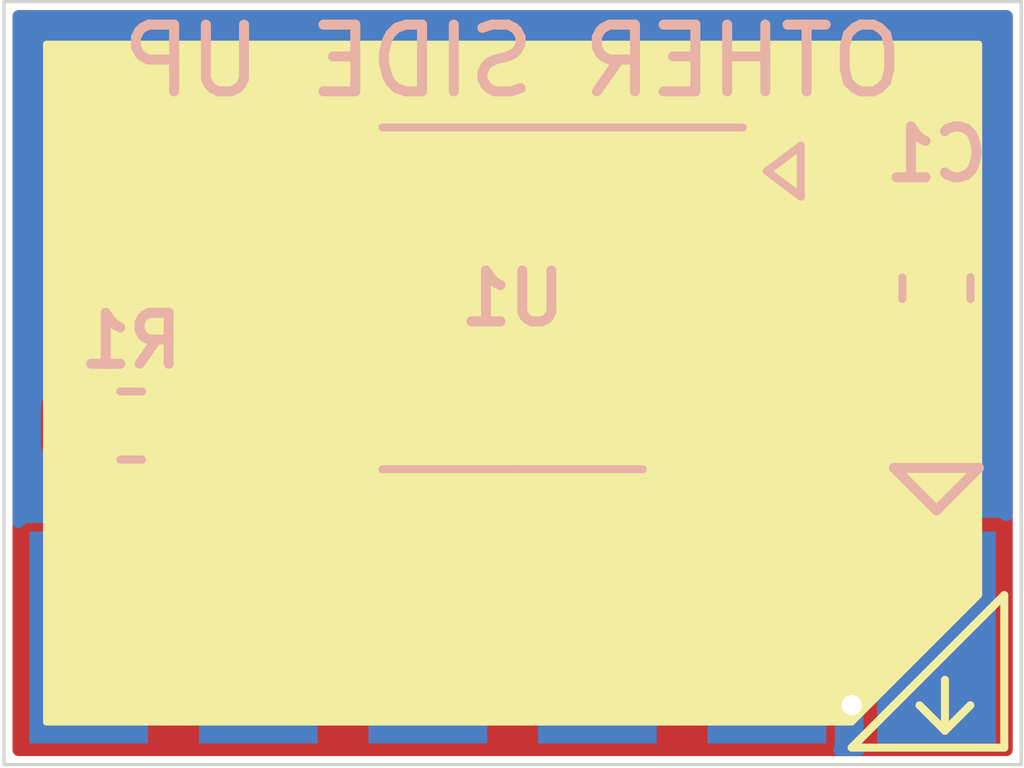
<source format=kicad_pcb>
(kicad_pcb (version 20171130) (host pcbnew "(5.1.4-0-10_14)")

  (general
    (thickness 1.6)
    (drawings 15)
    (tracks 45)
    (zones 0)
    (modules 4)
    (nets 7)
  )

  (page A4)
  (layers
    (0 F.Cu signal)
    (31 B.Cu signal)
    (32 B.Adhes user)
    (33 F.Adhes user)
    (34 B.Paste user)
    (35 F.Paste user)
    (36 B.SilkS user)
    (37 F.SilkS user)
    (38 B.Mask user)
    (39 F.Mask user)
    (40 Dwgs.User user)
    (41 Cmts.User user)
    (42 Eco1.User user)
    (43 Eco2.User user)
    (44 Edge.Cuts user)
    (45 Margin user)
    (46 B.CrtYd user)
    (47 F.CrtYd user)
    (48 B.Fab user hide)
    (49 F.Fab user)
  )

  (setup
    (last_trace_width 0.254)
    (trace_clearance 0.127)
    (zone_clearance 0)
    (zone_45_only no)
    (trace_min 0.2)
    (via_size 0.635)
    (via_drill 0.508)
    (via_min_size 0.4)
    (via_min_drill 0.3)
    (uvia_size 0.3)
    (uvia_drill 0.1)
    (uvias_allowed no)
    (uvia_min_size 0.2)
    (uvia_min_drill 0.1)
    (edge_width 0.05)
    (segment_width 0.2)
    (pcb_text_width 0.3)
    (pcb_text_size 1.5 1.5)
    (mod_edge_width 0.12)
    (mod_text_size 1 1)
    (mod_text_width 0.15)
    (pad_size 0.875 0.95)
    (pad_drill 0)
    (pad_to_mask_clearance 0.051)
    (solder_mask_min_width 0.25)
    (aux_axis_origin 0 0)
    (grid_origin 96.52 59.69)
    (visible_elements FFFFEF7F)
    (pcbplotparams
      (layerselection 0x010f0_ffffffff)
      (usegerberextensions false)
      (usegerberattributes false)
      (usegerberadvancedattributes false)
      (creategerberjobfile false)
      (excludeedgelayer true)
      (linewidth 0.165100)
      (plotframeref false)
      (viasonmask false)
      (mode 1)
      (useauxorigin false)
      (hpglpennumber 1)
      (hpglpenspeed 20)
      (hpglpendiameter 15.000000)
      (psnegative false)
      (psa4output false)
      (plotreference true)
      (plotvalue true)
      (plotinvisibletext false)
      (padsonsilk false)
      (subtractmaskfromsilk false)
      (outputformat 1)
      (mirror false)
      (drillshape 0)
      (scaleselection 1)
      (outputdirectory "gerbers/"))
  )

  (net 0 "")
  (net 1 GND)
  (net 2 /~SS)
  (net 3 /MOSI)
  (net 4 /SCK)
  (net 5 /MISO)
  (net 6 VCC)

  (net_class Default "This is the default net class."
    (clearance 0.127)
    (trace_width 0.254)
    (via_dia 0.635)
    (via_drill 0.508)
    (uvia_dia 0.3)
    (uvia_drill 0.1)
    (add_net /MISO)
    (add_net /MOSI)
    (add_net /SCK)
    (add_net /~SS)
    (add_net GND)
    (add_net VCC)
  )

  (module 6-pin-smd:Conn_1x06_P2.54mm_Horizontal_SMD (layer B.Cu) (tedit 5DB36856) (tstamp 5DB368AB)
    (at 81.28 50.8 180)
    (path /5D7C4AEA)
    (fp_text reference J1 (at 0 -1.27) (layer B.SilkS) hide
      (effects (font (size 1 1) (thickness 0.15)) (justify mirror))
    )
    (fp_text value Conn_01x06 (at 0 0.5) (layer B.Fab)
      (effects (font (size 1 1) (thickness 0.15)) (justify mirror))
    )
    (fp_line (start 7.62 -5.715) (end -7.62 -5.715) (layer B.CrtYd) (width 0.12))
    (fp_line (start -7.62 -5.715) (end -7.62 -1.905) (layer B.CrtYd) (width 0.12))
    (fp_line (start -7.62 -1.905) (end 7.62 -1.905) (layer B.CrtYd) (width 0.12))
    (fp_line (start 7.62 -1.905) (end 7.62 -5.715) (layer B.CrtYd) (width 0.12))
    (fp_line (start -6.35 -1.905) (end -6.985 -1.27) (layer B.SilkS) (width 0.15))
    (fp_line (start -6.985 -1.27) (end -5.715 -1.27) (layer B.SilkS) (width 0.15))
    (fp_line (start -5.715 -1.27) (end -6.35 -1.905) (layer B.SilkS) (width 0.15))
    (pad 1 smd rect (at -6.35 -3.81 180) (size 1.778 3.175) (layers B.Cu B.Paste B.Mask)
      (net 1 GND))
    (pad 2 smd rect (at -3.81 -3.81 180) (size 1.778 3.175) (layers B.Cu B.Paste B.Mask)
      (net 2 /~SS))
    (pad 3 smd rect (at -1.27 -3.81 180) (size 1.778 3.175) (layers B.Cu B.Paste B.Mask)
      (net 3 /MOSI))
    (pad 4 smd rect (at 1.27 -3.81 180) (size 1.778 3.175) (layers B.Cu B.Paste B.Mask)
      (net 4 /SCK))
    (pad 5 smd rect (at 3.81 -3.81 180) (size 1.778 3.175) (layers B.Cu B.Paste B.Mask)
      (net 5 /MISO))
    (pad 6 smd rect (at 6.35 -3.81 180) (size 1.778 3.175) (layers B.Cu B.Paste B.Mask)
      (net 6 VCC))
  )

  (module Capacitor_SMD:C_0603_1608Metric (layer B.Cu) (tedit 5B301BBE) (tstamp 5DB36D35)
    (at 87.63 49.3775 270)
    (descr "Capacitor SMD 0603 (1608 Metric), square (rectangular) end terminal, IPC_7351 nominal, (Body size source: http://www.tortai-tech.com/upload/download/2011102023233369053.pdf), generated with kicad-footprint-generator")
    (tags capacitor)
    (path /5D7C2B44)
    (attr smd)
    (fp_text reference C1 (at -2.0065 0) (layer B.SilkS)
      (effects (font (size 0.762 0.762) (thickness 0.15)) (justify mirror))
    )
    (fp_text value 0.1uF (at 0 -1.43 270) (layer B.Fab)
      (effects (font (size 1 1) (thickness 0.15)) (justify mirror))
    )
    (fp_line (start -0.8 -0.4) (end -0.8 0.4) (layer B.Fab) (width 0.1))
    (fp_line (start -0.8 0.4) (end 0.8 0.4) (layer B.Fab) (width 0.1))
    (fp_line (start 0.8 0.4) (end 0.8 -0.4) (layer B.Fab) (width 0.1))
    (fp_line (start 0.8 -0.4) (end -0.8 -0.4) (layer B.Fab) (width 0.1))
    (fp_line (start -0.162779 0.51) (end 0.162779 0.51) (layer B.SilkS) (width 0.12))
    (fp_line (start -0.162779 -0.51) (end 0.162779 -0.51) (layer B.SilkS) (width 0.12))
    (fp_line (start -1.48 -0.73) (end -1.48 0.73) (layer B.CrtYd) (width 0.05))
    (fp_line (start -1.48 0.73) (end 1.48 0.73) (layer B.CrtYd) (width 0.05))
    (fp_line (start 1.48 0.73) (end 1.48 -0.73) (layer B.CrtYd) (width 0.05))
    (fp_line (start 1.48 -0.73) (end -1.48 -0.73) (layer B.CrtYd) (width 0.05))
    (fp_text user %R (at 0 0 270) (layer B.Fab)
      (effects (font (size 0.4 0.4) (thickness 0.06)) (justify mirror))
    )
    (pad 1 smd roundrect (at -0.7875 0 270) (size 0.875 0.95) (layers B.Cu B.Paste B.Mask) (roundrect_rratio 0.25)
      (net 6 VCC))
    (pad 2 smd roundrect (at 0.7875 0 270) (size 0.875 0.95) (layers B.Cu B.Paste B.Mask) (roundrect_rratio 0.25)
      (net 1 GND))
    (model ${KISYS3DMOD}/Capacitor_SMD.3dshapes/C_0603_1608Metric.wrl
      (at (xyz 0 0 0))
      (scale (xyz 1 1 1))
      (rotate (xyz 0 0 0))
    )
  )

  (module Resistor_SMD:R_0603_1608Metric (layer B.Cu) (tedit 5B301BBD) (tstamp 5DB37630)
    (at 75.565 51.435)
    (descr "Resistor SMD 0603 (1608 Metric), square (rectangular) end terminal, IPC_7351 nominal, (Body size source: http://www.tortai-tech.com/upload/download/2011102023233369053.pdf), generated with kicad-footprint-generator")
    (tags resistor)
    (path /5DB37E10)
    (attr smd)
    (fp_text reference R1 (at 0 -1.27 180) (layer B.SilkS)
      (effects (font (size 0.762 0.762) (thickness 0.15)) (justify mirror))
    )
    (fp_text value 1k (at 0 -1.43 180) (layer B.Fab)
      (effects (font (size 1 1) (thickness 0.15)) (justify mirror))
    )
    (fp_line (start -0.8 -0.4) (end -0.8 0.4) (layer B.Fab) (width 0.1))
    (fp_line (start -0.8 0.4) (end 0.8 0.4) (layer B.Fab) (width 0.1))
    (fp_line (start 0.8 0.4) (end 0.8 -0.4) (layer B.Fab) (width 0.1))
    (fp_line (start 0.8 -0.4) (end -0.8 -0.4) (layer B.Fab) (width 0.1))
    (fp_line (start -0.162779 0.51) (end 0.162779 0.51) (layer B.SilkS) (width 0.12))
    (fp_line (start -0.162779 -0.51) (end 0.162779 -0.51) (layer B.SilkS) (width 0.12))
    (fp_line (start -1.48 -0.73) (end -1.48 0.73) (layer B.CrtYd) (width 0.05))
    (fp_line (start -1.48 0.73) (end 1.48 0.73) (layer B.CrtYd) (width 0.05))
    (fp_line (start 1.48 0.73) (end 1.48 -0.73) (layer B.CrtYd) (width 0.05))
    (fp_line (start 1.48 -0.73) (end -1.48 -0.73) (layer B.CrtYd) (width 0.05))
    (fp_text user %R (at 0 0 180) (layer B.Fab)
      (effects (font (size 0.4 0.4) (thickness 0.06)) (justify mirror))
    )
    (pad 1 smd roundrect (at -0.7875 0) (size 0.875 0.95) (layers B.Cu B.Paste B.Mask) (roundrect_rratio 0.25)
      (net 6 VCC))
    (pad 2 smd roundrect (at 0.7875 0) (size 0.875 0.95) (layers B.Cu B.Paste B.Mask) (roundrect_rratio 0.25)
      (net 5 /MISO))
    (model ${KISYS3DMOD}/Resistor_SMD.3dshapes/R_0603_1608Metric.wrl
      (at (xyz 0 0 0))
      (scale (xyz 1 1 1))
      (rotate (xyz 0 0 0))
    )
  )

  (module Package_SO:SOIC-8_3.9x4.9mm_P1.27mm (layer B.Cu) (tedit 5C97300E) (tstamp 5DB369FA)
    (at 81.28 49.53 180)
    (descr "SOIC, 8 Pin (JEDEC MS-012AA, https://www.analog.com/media/en/package-pcb-resources/package/pkg_pdf/soic_narrow-r/r_8.pdf), generated with kicad-footprint-generator ipc_gullwing_generator.py")
    (tags "SOIC SO")
    (path /5D7C178E)
    (attr smd)
    (fp_text reference U1 (at 0 0 180) (layer B.SilkS)
      (effects (font (size 0.762 0.762) (thickness 0.15)) (justify mirror))
    )
    (fp_text value CAT250xxx (at 0 -3.4 180) (layer B.Fab)
      (effects (font (size 1 1) (thickness 0.15)) (justify mirror))
    )
    (fp_line (start 0 -2.56) (end 1.95 -2.56) (layer B.SilkS) (width 0.12))
    (fp_line (start 0 -2.56) (end -1.95 -2.56) (layer B.SilkS) (width 0.12))
    (fp_line (start 0 2.56) (end 1.95 2.56) (layer B.SilkS) (width 0.12))
    (fp_line (start 0 2.56) (end -3.45 2.56) (layer B.SilkS) (width 0.12))
    (fp_line (start -0.975 2.45) (end 1.95 2.45) (layer B.Fab) (width 0.1))
    (fp_line (start 1.95 2.45) (end 1.95 -2.45) (layer B.Fab) (width 0.1))
    (fp_line (start 1.95 -2.45) (end -1.95 -2.45) (layer B.Fab) (width 0.1))
    (fp_line (start -1.95 -2.45) (end -1.95 1.475) (layer B.Fab) (width 0.1))
    (fp_line (start -1.95 1.475) (end -0.975 2.45) (layer B.Fab) (width 0.1))
    (fp_line (start -3.7 2.7) (end -3.7 -2.7) (layer B.CrtYd) (width 0.05))
    (fp_line (start -3.7 -2.7) (end 3.7 -2.7) (layer B.CrtYd) (width 0.05))
    (fp_line (start 3.7 -2.7) (end 3.7 2.7) (layer B.CrtYd) (width 0.05))
    (fp_line (start 3.7 2.7) (end -3.7 2.7) (layer B.CrtYd) (width 0.05))
    (fp_text user %R (at 0 0 180) (layer B.Fab)
      (effects (font (size 0.98 0.98) (thickness 0.15)) (justify mirror))
    )
    (pad 1 smd roundrect (at -2.475 1.905 180) (size 1.95 0.6) (layers B.Cu B.Paste B.Mask) (roundrect_rratio 0.25)
      (net 2 /~SS))
    (pad 2 smd roundrect (at -2.475 0.635 180) (size 1.95 0.6) (layers B.Cu B.Paste B.Mask) (roundrect_rratio 0.25)
      (net 5 /MISO))
    (pad 3 smd roundrect (at -2.475 -0.635 180) (size 1.95 0.6) (layers B.Cu B.Paste B.Mask) (roundrect_rratio 0.25)
      (net 1 GND))
    (pad 4 smd roundrect (at -2.475 -1.905 180) (size 1.95 0.6) (layers B.Cu B.Paste B.Mask) (roundrect_rratio 0.25)
      (net 1 GND))
    (pad 5 smd roundrect (at 2.475 -1.905 180) (size 1.95 0.6) (layers B.Cu B.Paste B.Mask) (roundrect_rratio 0.25)
      (net 3 /MOSI))
    (pad 6 smd roundrect (at 2.475 -0.635 180) (size 1.95 0.6) (layers B.Cu B.Paste B.Mask) (roundrect_rratio 0.25)
      (net 4 /SCK))
    (pad 7 smd roundrect (at 2.475 0.635 180) (size 1.95 0.6) (layers B.Cu B.Paste B.Mask) (roundrect_rratio 0.25)
      (net 6 VCC))
    (pad 8 smd roundrect (at 2.475 1.905 180) (size 1.95 0.6) (layers B.Cu B.Paste B.Mask) (roundrect_rratio 0.25)
      (net 6 VCC))
    (model ${KISYS3DMOD}/Package_SO.3dshapes/SOIC-8_3.9x4.9mm_P1.27mm.wrl
      (at (xyz 0 0 0))
      (scale (xyz 1 1 1))
      (rotate (xyz 0 0 0))
    )
  )

  (gr_line (start 87.757 56.007) (end 87.757 55.245) (layer F.SilkS) (width 0.12))
  (gr_line (start 87.757 56.007) (end 88.138 55.626) (layer F.SilkS) (width 0.12))
  (gr_line (start 87.757 56.007) (end 87.376 55.626) (layer F.SilkS) (width 0.12))
  (gr_line (start 86.36 56.261) (end 88.646 56.261) (layer F.SilkS) (width 0.12) (tstamp 5DB37D1B))
  (gr_line (start 88.646 53.975) (end 86.36 56.261) (layer F.SilkS) (width 0.12))
  (gr_line (start 88.646 56.261) (end 88.646 53.975) (layer F.SilkS) (width 0.12))
  (gr_poly (pts (xy 74.295 45.72) (xy 88.265 45.72) (xy 88.265 53.975) (xy 86.36 55.88) (xy 74.295 55.88)) (layer F.SilkS) (width 0.1))
  (gr_line (start 85.598 48.006) (end 85.09 47.625) (layer B.SilkS) (width 0.12) (tstamp 5DB3781F))
  (gr_line (start 85.598 47.244) (end 85.598 48.006) (layer B.SilkS) (width 0.12))
  (gr_line (start 85.09 47.625) (end 85.598 47.244) (layer B.SilkS) (width 0.12))
  (gr_line (start 73.66 45.085) (end 88.9 45.085) (layer Edge.Cuts) (width 0.05))
  (gr_text "OTHER SIDE UP" (at 81.28 45.974) (layer B.SilkS)
    (effects (font (size 1 1) (thickness 0.15)) (justify mirror))
  )
  (gr_line (start 73.66 56.515) (end 73.66 45.085) (layer Edge.Cuts) (width 0.05))
  (gr_line (start 88.9 56.515) (end 88.9 45.085) (layer Edge.Cuts) (width 0.05) (tstamp 5DB3781A))
  (gr_line (start 73.66 56.515) (end 88.9 56.515) (layer Edge.Cuts) (width 0.05))

  (via (at 86.36 55.626) (size 0.4572) (drill 0.3048) (layers F.Cu B.Cu) (net 1))
  (segment (start 87.63 50.165) (end 87.63 54.61) (width 0.254) (layer B.Cu) (net 1))
  (segment (start 84.455 52.1335) (end 85.09 52.7685) (width 0.254) (layer B.Cu) (net 2))
  (segment (start 82.696934 52.1335) (end 84.455 52.1335) (width 0.254) (layer B.Cu) (net 2))
  (segment (start 81.915 50.165) (end 81.915 51.351566) (width 0.254) (layer B.Cu) (net 2))
  (segment (start 85.09 52.7685) (end 85.09 54.61) (width 0.254) (layer B.Cu) (net 2))
  (segment (start 82.55 49.53) (end 81.915 50.165) (width 0.254) (layer B.Cu) (net 2))
  (segment (start 85.09 49.53) (end 82.55 49.53) (width 0.254) (layer B.Cu) (net 2))
  (segment (start 81.915 51.351566) (end 82.696934 52.1335) (width 0.254) (layer B.Cu) (net 2))
  (segment (start 85.344 49.276) (end 85.09 49.53) (width 0.254) (layer B.Cu) (net 2))
  (segment (start 83.755 47.625) (end 84.963 47.625) (width 0.254) (layer B.Cu) (net 2))
  (segment (start 85.344 48.006) (end 85.344 49.276) (width 0.254) (layer B.Cu) (net 2))
  (segment (start 84.963 47.625) (end 85.344 48.006) (width 0.254) (layer B.Cu) (net 2))
  (segment (start 78.805 51.435) (end 81.28 51.435) (width 0.254) (layer B.Cu) (net 3))
  (segment (start 81.28 51.435) (end 82.55 52.705) (width 0.254) (layer B.Cu) (net 3))
  (segment (start 82.55 52.705) (end 82.55 54.61) (width 0.254) (layer B.Cu) (net 3))
  (segment (start 77.47 50.165) (end 78.805 50.165) (width 0.254) (layer B.Cu) (net 4))
  (segment (start 77.216 50.419) (end 77.47 50.165) (width 0.254) (layer B.Cu) (net 4))
  (segment (start 77.216 51.816) (end 77.216 50.419) (width 0.254) (layer B.Cu) (net 4))
  (segment (start 77.597 52.197) (end 77.216 51.816) (width 0.254) (layer B.Cu) (net 4))
  (segment (start 80.01 52.75101) (end 79.45599 52.197) (width 0.254) (layer B.Cu) (net 4))
  (segment (start 79.45599 52.197) (end 77.597 52.197) (width 0.254) (layer B.Cu) (net 4))
  (segment (start 80.01 54.61) (end 80.01 52.75101) (width 0.254) (layer B.Cu) (net 4))
  (segment (start 77.2795 52.578) (end 77.47 52.7685) (width 0.254) (layer B.Cu) (net 5))
  (segment (start 76.708 52.578) (end 77.2795 52.578) (width 0.254) (layer B.Cu) (net 5))
  (segment (start 77.47 52.7685) (end 77.47 54.61) (width 0.254) (layer B.Cu) (net 5))
  (segment (start 76.3525 52.2225) (end 76.708 52.578) (width 0.254) (layer B.Cu) (net 5))
  (segment (start 76.3525 51.435) (end 76.3525 52.2225) (width 0.254) (layer B.Cu) (net 5))
  (segment (start 76.708 49.53) (end 76.3525 49.8855) (width 0.254) (layer B.Cu) (net 5))
  (segment (start 76.3525 49.8855) (end 76.3525 51.435) (width 0.254) (layer B.Cu) (net 5))
  (segment (start 80.645 49.53) (end 76.708 49.53) (width 0.254) (layer B.Cu) (net 5))
  (segment (start 81.28 48.895) (end 80.645 49.53) (width 0.254) (layer B.Cu) (net 5))
  (segment (start 83.755 48.895) (end 81.28 48.895) (width 0.254) (layer B.Cu) (net 5))
  (segment (start 78.805 47.625) (end 78.805 48.895) (width 0.254) (layer B.Cu) (net 6))
  (segment (start 74.7775 51.435) (end 74.7775 52.2985) (width 0.254) (layer B.Cu) (net 6))
  (segment (start 74.93 52.451) (end 74.93 54.61) (width 0.254) (layer B.Cu) (net 6))
  (segment (start 74.7775 52.2985) (end 74.93 52.451) (width 0.254) (layer B.Cu) (net 6))
  (segment (start 74.7775 50.3175) (end 74.7775 51.435) (width 0.254) (layer B.Cu) (net 6))
  (segment (start 76.2 48.895) (end 74.7775 50.3175) (width 0.254) (layer B.Cu) (net 6))
  (segment (start 78.805 48.895) (end 76.2 48.895) (width 0.254) (layer B.Cu) (net 6))
  (segment (start 87.63 47.625) (end 87.63 48.59) (width 0.254) (layer B.Cu) (net 6))
  (segment (start 86.741 46.736) (end 87.63 47.625) (width 0.254) (layer B.Cu) (net 6))
  (segment (start 80.645 47.625) (end 81.534 46.736) (width 0.254) (layer B.Cu) (net 6))
  (segment (start 81.534 46.736) (end 86.741 46.736) (width 0.254) (layer B.Cu) (net 6))
  (segment (start 78.805 47.625) (end 80.645 47.625) (width 0.254) (layer B.Cu) (net 6))

  (zone (net 1) (net_name GND) (layer B.Cu) (tstamp 5DB37DBF) (hatch edge 0.508)
    (connect_pads (clearance 0))
    (min_thickness 0.1778)
    (fill yes (arc_segments 32) (thermal_gap 0.2032) (thermal_bridge_width 0.2032))
    (polygon
      (pts
        (xy 88.773 45.212) (xy 73.787 45.212) (xy 73.787 56.388) (xy 88.773 56.388)
      )
    )
    (filled_polygon
      (pts
        (xy 88.6841 52.780121) (xy 88.682067 52.778453) (xy 88.631323 52.751329) (xy 88.576262 52.734627) (xy 88.519 52.728987)
        (xy 87.715725 52.7304) (xy 87.6427 52.803425) (xy 87.6427 54.5973) (xy 87.6627 54.5973) (xy 87.6627 54.6227)
        (xy 87.6427 54.6227) (xy 87.6427 54.6427) (xy 87.6173 54.6427) (xy 87.6173 54.6227) (xy 86.521925 54.6227)
        (xy 86.4489 54.695725) (xy 86.447487 56.1975) (xy 86.453127 56.254762) (xy 86.466576 56.2991) (xy 86.169499 56.2991)
        (xy 86.17943 56.280521) (xy 86.191775 56.239824) (xy 86.195944 56.1975) (xy 86.195944 53.0225) (xy 86.447487 53.0225)
        (xy 86.4489 54.524275) (xy 86.521925 54.5973) (xy 87.6173 54.5973) (xy 87.6173 52.803425) (xy 87.544275 52.7304)
        (xy 86.741 52.728987) (xy 86.683738 52.734627) (xy 86.628677 52.751329) (xy 86.577933 52.778453) (xy 86.533455 52.814955)
        (xy 86.496953 52.859433) (xy 86.469829 52.910177) (xy 86.453127 52.965238) (xy 86.447487 53.0225) (xy 86.195944 53.0225)
        (xy 86.191775 52.980176) (xy 86.17943 52.939479) (xy 86.159382 52.901972) (xy 86.132403 52.869097) (xy 86.099528 52.842118)
        (xy 86.062021 52.82207) (xy 86.021324 52.809725) (xy 85.979 52.805556) (xy 85.4329 52.805556) (xy 85.4329 52.785343)
        (xy 85.434559 52.7685) (xy 85.427938 52.70128) (xy 85.408331 52.636643) (xy 85.37649 52.577073) (xy 85.362136 52.559583)
        (xy 85.333639 52.52486) (xy 85.320556 52.514123) (xy 84.819521 52.013088) (xy 84.842323 52.006171) (xy 84.893067 51.979047)
        (xy 84.937545 51.942545) (xy 84.974047 51.898067) (xy 85.001171 51.847323) (xy 85.017873 51.792262) (xy 85.023513 51.735)
        (xy 85.0221 51.520725) (xy 84.949075 51.4477) (xy 83.7677 51.4477) (xy 83.7677 51.4677) (xy 83.7423 51.4677)
        (xy 83.7423 51.4477) (xy 82.560925 51.4477) (xy 82.528496 51.480129) (xy 82.2579 51.209533) (xy 82.2579 51.135)
        (xy 82.486487 51.135) (xy 82.4879 51.349275) (xy 82.560925 51.4223) (xy 83.7423 51.4223) (xy 83.7423 50.915925)
        (xy 83.7677 50.915925) (xy 83.7677 51.4223) (xy 84.949075 51.4223) (xy 85.0221 51.349275) (xy 85.023513 51.135)
        (xy 85.017873 51.077738) (xy 85.001171 51.022677) (xy 84.974047 50.971933) (xy 84.937545 50.927455) (xy 84.893067 50.890953)
        (xy 84.842323 50.863829) (xy 84.787262 50.847127) (xy 84.73 50.841487) (xy 83.840725 50.8429) (xy 83.7677 50.915925)
        (xy 83.7423 50.915925) (xy 83.669275 50.8429) (xy 82.78 50.841487) (xy 82.722738 50.847127) (xy 82.667677 50.863829)
        (xy 82.616933 50.890953) (xy 82.572455 50.927455) (xy 82.535953 50.971933) (xy 82.508829 51.022677) (xy 82.492127 51.077738)
        (xy 82.486487 51.135) (xy 82.2579 51.135) (xy 82.2579 50.465) (xy 82.486487 50.465) (xy 82.492127 50.522262)
        (xy 82.508829 50.577323) (xy 82.535953 50.628067) (xy 82.572455 50.672545) (xy 82.616933 50.709047) (xy 82.667677 50.736171)
        (xy 82.722738 50.752873) (xy 82.78 50.758513) (xy 83.669275 50.7571) (xy 83.7423 50.684075) (xy 83.7423 50.1777)
        (xy 83.7677 50.1777) (xy 83.7677 50.684075) (xy 83.840725 50.7571) (xy 84.73 50.758513) (xy 84.787262 50.752873)
        (xy 84.842323 50.736171) (xy 84.893067 50.709047) (xy 84.937545 50.672545) (xy 84.974047 50.628067) (xy 84.987713 50.6025)
        (xy 86.861487 50.6025) (xy 86.867127 50.659762) (xy 86.883829 50.714823) (xy 86.910953 50.765567) (xy 86.947455 50.810045)
        (xy 86.991933 50.846547) (xy 87.042677 50.873671) (xy 87.097738 50.890373) (xy 87.155 50.896013) (xy 87.544275 50.8946)
        (xy 87.6173 50.821575) (xy 87.6173 50.1777) (xy 87.6427 50.1777) (xy 87.6427 50.821575) (xy 87.715725 50.8946)
        (xy 88.105 50.896013) (xy 88.162262 50.890373) (xy 88.217323 50.873671) (xy 88.268067 50.846547) (xy 88.312545 50.810045)
        (xy 88.349047 50.765567) (xy 88.376171 50.714823) (xy 88.392873 50.659762) (xy 88.398513 50.6025) (xy 88.3971 50.250725)
        (xy 88.324075 50.1777) (xy 87.6427 50.1777) (xy 87.6173 50.1777) (xy 86.935925 50.1777) (xy 86.8629 50.250725)
        (xy 86.861487 50.6025) (xy 84.987713 50.6025) (xy 85.001171 50.577323) (xy 85.017873 50.522262) (xy 85.023513 50.465)
        (xy 85.0221 50.250725) (xy 84.949075 50.1777) (xy 83.7677 50.1777) (xy 83.7423 50.1777) (xy 82.560925 50.1777)
        (xy 82.4879 50.250725) (xy 82.486487 50.465) (xy 82.2579 50.465) (xy 82.2579 50.307033) (xy 82.487885 50.077048)
        (xy 82.4879 50.079275) (xy 82.560925 50.1523) (xy 83.7423 50.1523) (xy 83.7423 50.1323) (xy 83.7677 50.1323)
        (xy 83.7677 50.1523) (xy 84.949075 50.1523) (xy 85.0221 50.079275) (xy 85.023461 49.8729) (xy 85.073165 49.8729)
        (xy 85.09 49.874558) (xy 85.106835 49.8729) (xy 85.106843 49.8729) (xy 85.15722 49.867938) (xy 85.221857 49.848331)
        (xy 85.281427 49.81649) (xy 85.33364 49.77364) (xy 85.344381 49.760552) (xy 85.377433 49.7275) (xy 86.861487 49.7275)
        (xy 86.8629 50.079275) (xy 86.935925 50.1523) (xy 87.6173 50.1523) (xy 87.6173 49.508425) (xy 87.6427 49.508425)
        (xy 87.6427 50.1523) (xy 88.324075 50.1523) (xy 88.3971 50.079275) (xy 88.398513 49.7275) (xy 88.392873 49.670238)
        (xy 88.376171 49.615177) (xy 88.349047 49.564433) (xy 88.312545 49.519955) (xy 88.268067 49.483453) (xy 88.217323 49.456329)
        (xy 88.162262 49.439627) (xy 88.105 49.433987) (xy 87.715725 49.4354) (xy 87.6427 49.508425) (xy 87.6173 49.508425)
        (xy 87.544275 49.4354) (xy 87.155 49.433987) (xy 87.097738 49.439627) (xy 87.042677 49.456329) (xy 86.991933 49.483453)
        (xy 86.947455 49.519955) (xy 86.910953 49.564433) (xy 86.883829 49.615177) (xy 86.867127 49.670238) (xy 86.861487 49.7275)
        (xy 85.377433 49.7275) (xy 85.574557 49.530377) (xy 85.58764 49.51964) (xy 85.63049 49.467427) (xy 85.662331 49.407857)
        (xy 85.681938 49.34322) (xy 85.6869 49.292843) (xy 85.6869 49.292836) (xy 85.688558 49.276001) (xy 85.6869 49.259166)
        (xy 85.6869 48.022834) (xy 85.688558 48.005999) (xy 85.6869 47.989164) (xy 85.6869 47.989157) (xy 85.681938 47.93878)
        (xy 85.662331 47.874143) (xy 85.63049 47.814573) (xy 85.611085 47.790929) (xy 85.598376 47.775442) (xy 85.598372 47.775438)
        (xy 85.587639 47.76236) (xy 85.574562 47.751628) (xy 85.217381 47.394448) (xy 85.20664 47.38136) (xy 85.154427 47.33851)
        (xy 85.094857 47.306669) (xy 85.03022 47.287062) (xy 84.979843 47.2821) (xy 84.979835 47.2821) (xy 84.963 47.280442)
        (xy 84.946165 47.2821) (xy 84.890963 47.2821) (xy 84.885103 47.271137) (xy 84.839469 47.215531) (xy 84.783863 47.169897)
        (xy 84.720423 47.135988) (xy 84.651587 47.115107) (xy 84.58 47.108056) (xy 82.93 47.108056) (xy 82.858413 47.115107)
        (xy 82.789577 47.135988) (xy 82.726137 47.169897) (xy 82.670531 47.215531) (xy 82.624897 47.271137) (xy 82.590988 47.334577)
        (xy 82.570107 47.403413) (xy 82.563056 47.475) (xy 82.563056 47.775) (xy 82.570107 47.846587) (xy 82.590988 47.915423)
        (xy 82.624897 47.978863) (xy 82.670531 48.034469) (xy 82.726137 48.080103) (xy 82.789577 48.114012) (xy 82.858413 48.134893)
        (xy 82.93 48.141944) (xy 84.58 48.141944) (xy 84.651587 48.134893) (xy 84.720423 48.114012) (xy 84.783863 48.080103)
        (xy 84.839469 48.034469) (xy 84.861135 48.008068) (xy 85.0011 48.148034) (xy 85.001101 49.133966) (xy 84.947967 49.1871)
        (xy 84.918116 49.1871) (xy 84.919012 49.185423) (xy 84.939893 49.116587) (xy 84.946944 49.045) (xy 84.946944 48.745)
        (xy 84.939893 48.673413) (xy 84.919012 48.604577) (xy 84.885103 48.541137) (xy 84.839469 48.485531) (xy 84.783863 48.439897)
        (xy 84.720423 48.405988) (xy 84.651587 48.385107) (xy 84.58 48.378056) (xy 82.93 48.378056) (xy 82.858413 48.385107)
        (xy 82.789577 48.405988) (xy 82.726137 48.439897) (xy 82.670531 48.485531) (xy 82.624897 48.541137) (xy 82.619037 48.5521)
        (xy 81.296843 48.5521) (xy 81.28 48.550441) (xy 81.263157 48.5521) (xy 81.21278 48.557062) (xy 81.148143 48.576669)
        (xy 81.088573 48.60851) (xy 81.03636 48.65136) (xy 81.025619 48.664448) (xy 80.502967 49.1871) (xy 79.968116 49.1871)
        (xy 79.969012 49.185423) (xy 79.989893 49.116587) (xy 79.996944 49.045) (xy 79.996944 48.745) (xy 79.989893 48.673413)
        (xy 79.969012 48.604577) (xy 79.935103 48.541137) (xy 79.889469 48.485531) (xy 79.833863 48.439897) (xy 79.770423 48.405988)
        (xy 79.701587 48.385107) (xy 79.63 48.378056) (xy 79.1479 48.378056) (xy 79.1479 48.141944) (xy 79.63 48.141944)
        (xy 79.701587 48.134893) (xy 79.770423 48.114012) (xy 79.833863 48.080103) (xy 79.889469 48.034469) (xy 79.935103 47.978863)
        (xy 79.940963 47.9679) (xy 80.628165 47.9679) (xy 80.645 47.969558) (xy 80.661835 47.9679) (xy 80.661843 47.9679)
        (xy 80.71222 47.962938) (xy 80.776857 47.943331) (xy 80.836427 47.91149) (xy 80.88864 47.86864) (xy 80.899381 47.855552)
        (xy 81.676034 47.0789) (xy 86.598967 47.0789) (xy 87.2871 47.767034) (xy 87.2871 47.944428) (xy 87.207017 47.968721)
        (xy 87.131691 48.008984) (xy 87.065668 48.063168) (xy 87.011484 48.129191) (xy 86.971221 48.204517) (xy 86.946428 48.28625)
        (xy 86.938056 48.37125) (xy 86.938056 48.80875) (xy 86.946428 48.89375) (xy 86.971221 48.975483) (xy 87.011484 49.050809)
        (xy 87.065668 49.116832) (xy 87.131691 49.171016) (xy 87.207017 49.211279) (xy 87.28875 49.236072) (xy 87.37375 49.244444)
        (xy 87.88625 49.244444) (xy 87.97125 49.236072) (xy 88.052983 49.211279) (xy 88.128309 49.171016) (xy 88.194332 49.116832)
        (xy 88.248516 49.050809) (xy 88.288779 48.975483) (xy 88.313572 48.89375) (xy 88.321944 48.80875) (xy 88.321944 48.37125)
        (xy 88.313572 48.28625) (xy 88.288779 48.204517) (xy 88.248516 48.129191) (xy 88.194332 48.063168) (xy 88.128309 48.008984)
        (xy 88.052983 47.968721) (xy 87.9729 47.944429) (xy 87.9729 47.641843) (xy 87.974559 47.625) (xy 87.967938 47.55778)
        (xy 87.948331 47.493143) (xy 87.91649 47.433573) (xy 87.884376 47.394442) (xy 87.884372 47.394438) (xy 87.873639 47.38136)
        (xy 87.860562 47.370628) (xy 86.995381 46.505448) (xy 86.98464 46.49236) (xy 86.932427 46.44951) (xy 86.872857 46.417669)
        (xy 86.80822 46.398062) (xy 86.757843 46.3931) (xy 86.757835 46.3931) (xy 86.741 46.391442) (xy 86.724165 46.3931)
        (xy 81.550843 46.3931) (xy 81.534 46.391441) (xy 81.517157 46.3931) (xy 81.46678 46.398062) (xy 81.402143 46.417669)
        (xy 81.342573 46.44951) (xy 81.29036 46.49236) (xy 81.279623 46.505443) (xy 80.502967 47.2821) (xy 79.940963 47.2821)
        (xy 79.935103 47.271137) (xy 79.889469 47.215531) (xy 79.833863 47.169897) (xy 79.770423 47.135988) (xy 79.701587 47.115107)
        (xy 79.63 47.108056) (xy 77.98 47.108056) (xy 77.908413 47.115107) (xy 77.839577 47.135988) (xy 77.776137 47.169897)
        (xy 77.720531 47.215531) (xy 77.674897 47.271137) (xy 77.640988 47.334577) (xy 77.620107 47.403413) (xy 77.613056 47.475)
        (xy 77.613056 47.775) (xy 77.620107 47.846587) (xy 77.640988 47.915423) (xy 77.674897 47.978863) (xy 77.720531 48.034469)
        (xy 77.776137 48.080103) (xy 77.839577 48.114012) (xy 77.908413 48.134893) (xy 77.98 48.141944) (xy 78.4621 48.141944)
        (xy 78.462101 48.378056) (xy 77.98 48.378056) (xy 77.908413 48.385107) (xy 77.839577 48.405988) (xy 77.776137 48.439897)
        (xy 77.720531 48.485531) (xy 77.674897 48.541137) (xy 77.669037 48.5521) (xy 76.216843 48.5521) (xy 76.2 48.550441)
        (xy 76.183157 48.5521) (xy 76.13278 48.557062) (xy 76.068143 48.576669) (xy 76.008573 48.60851) (xy 75.95636 48.65136)
        (xy 75.945619 48.664448) (xy 74.546944 50.063123) (xy 74.53386 50.073861) (xy 74.49101 50.126074) (xy 74.459169 50.185644)
        (xy 74.439562 50.250281) (xy 74.4346 50.300658) (xy 74.4346 50.300665) (xy 74.432942 50.3175) (xy 74.4346 50.334336)
        (xy 74.4346 50.763304) (xy 74.392017 50.776221) (xy 74.316691 50.816484) (xy 74.250668 50.870668) (xy 74.196484 50.936691)
        (xy 74.156221 51.012017) (xy 74.131428 51.09375) (xy 74.123056 51.17875) (xy 74.123056 51.69125) (xy 74.131428 51.77625)
        (xy 74.156221 51.857983) (xy 74.196484 51.933309) (xy 74.250668 51.999332) (xy 74.316691 52.053516) (xy 74.392017 52.093779)
        (xy 74.434601 52.106696) (xy 74.434601 52.281655) (xy 74.432942 52.2985) (xy 74.439562 52.365719) (xy 74.451918 52.406451)
        (xy 74.45917 52.430357) (xy 74.491011 52.489927) (xy 74.533861 52.54214) (xy 74.546944 52.552877) (xy 74.5871 52.593033)
        (xy 74.5871 52.805556) (xy 74.041 52.805556) (xy 73.998676 52.809725) (xy 73.957979 52.82207) (xy 73.920472 52.842118)
        (xy 73.887597 52.869097) (xy 73.8759 52.88335) (xy 73.8759 45.3009) (xy 88.6841 45.3009)
      )
    )
  )
  (zone (net 1) (net_name GND) (layer F.Cu) (tstamp 5DB37DBC) (hatch edge 0.508)
    (connect_pads (clearance 0))
    (min_thickness 0.1778)
    (fill yes (arc_segments 32) (thermal_gap 0.2032) (thermal_bridge_width 0.2032))
    (polygon
      (pts
        (xy 88.773 45.212) (xy 73.787 45.212) (xy 73.787 56.388) (xy 88.773 56.388)
      )
    )
    (filled_polygon
      (pts
        (xy 88.6841 56.2991) (xy 73.8759 56.2991) (xy 73.8759 45.3009) (xy 88.6841 45.3009)
      )
    )
  )
)

</source>
